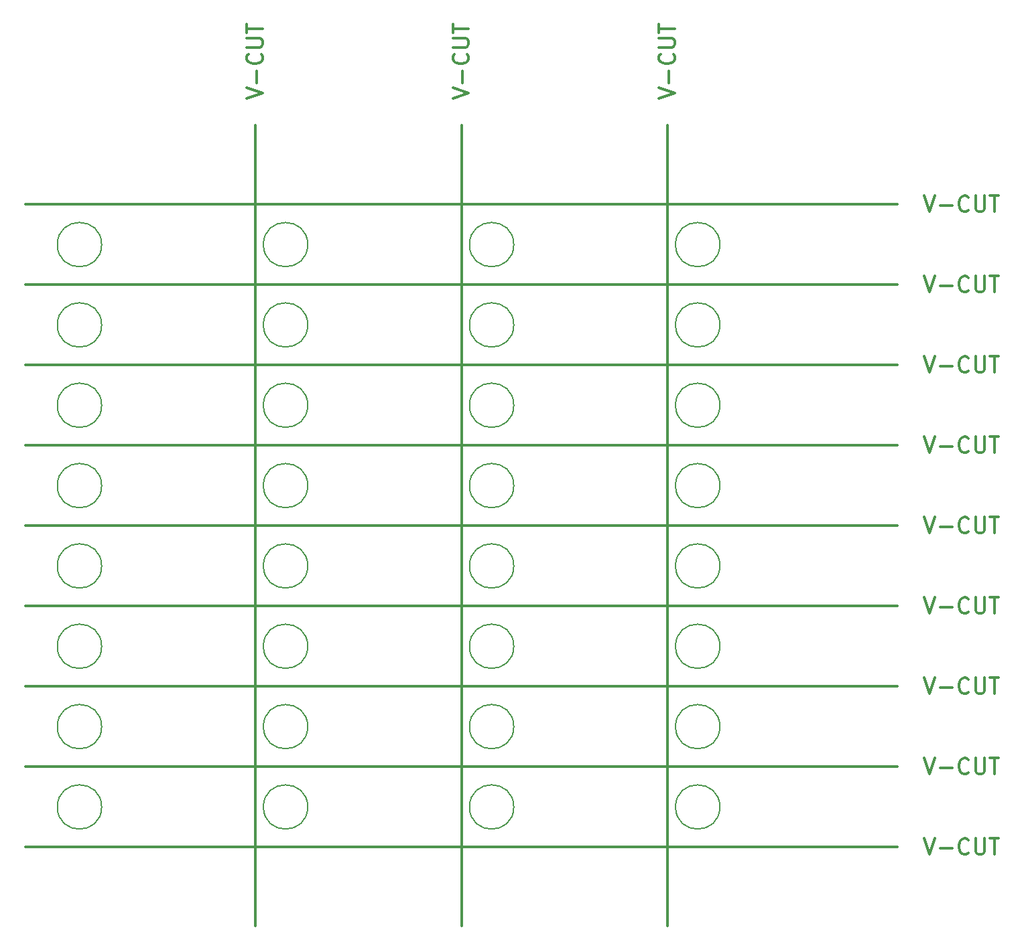
<source format=gbr>
%TF.GenerationSoftware,KiCad,Pcbnew,8.0.8*%
%TF.CreationDate,2025-02-21T18:04:56+11:00*%
%TF.ProjectId,panel,70616e65-6c2e-46b6-9963-61645f706362,rev?*%
%TF.SameCoordinates,Original*%
%TF.FileFunction,Other,Comment*%
%FSLAX46Y46*%
G04 Gerber Fmt 4.6, Leading zero omitted, Abs format (unit mm)*
G04 Created by KiCad (PCBNEW 8.0.8) date 2025-02-21 18:04:56*
%MOMM*%
%LPD*%
G01*
G04 APERTURE LIST*
%ADD10C,0.300000*%
%ADD11C,0.150000*%
G04 APERTURE END LIST*
D10*
X93430000Y-67639500D02*
X203570000Y-67639500D01*
X93430000Y-87959500D02*
X203570000Y-87959500D01*
X174537500Y-17000000D02*
X174537500Y-118279500D01*
X93430000Y-37159500D02*
X203570000Y-37159500D01*
X93430000Y-47319500D02*
X203570000Y-47319500D01*
X93430000Y-57479500D02*
X203570000Y-57479500D01*
X93430000Y-26999500D02*
X203570000Y-26999500D01*
X122467500Y-17000000D02*
X122467500Y-118279500D01*
X93430000Y-98119500D02*
X203570000Y-98119500D01*
X148497500Y-17000000D02*
X148497500Y-118279500D01*
X93430000Y-108279500D02*
X203570000Y-108279500D01*
X93430000Y-77799500D02*
X203570000Y-77799500D01*
X206957844Y-86869138D02*
X207624510Y-88869138D01*
X207624510Y-88869138D02*
X208291177Y-86869138D01*
X208957844Y-88107233D02*
X210481654Y-88107233D01*
X212576891Y-88678661D02*
X212481653Y-88773900D01*
X212481653Y-88773900D02*
X212195939Y-88869138D01*
X212195939Y-88869138D02*
X212005463Y-88869138D01*
X212005463Y-88869138D02*
X211719748Y-88773900D01*
X211719748Y-88773900D02*
X211529272Y-88583423D01*
X211529272Y-88583423D02*
X211434034Y-88392947D01*
X211434034Y-88392947D02*
X211338796Y-88011995D01*
X211338796Y-88011995D02*
X211338796Y-87726280D01*
X211338796Y-87726280D02*
X211434034Y-87345328D01*
X211434034Y-87345328D02*
X211529272Y-87154852D01*
X211529272Y-87154852D02*
X211719748Y-86964376D01*
X211719748Y-86964376D02*
X212005463Y-86869138D01*
X212005463Y-86869138D02*
X212195939Y-86869138D01*
X212195939Y-86869138D02*
X212481653Y-86964376D01*
X212481653Y-86964376D02*
X212576891Y-87059614D01*
X213434034Y-86869138D02*
X213434034Y-88488185D01*
X213434034Y-88488185D02*
X213529272Y-88678661D01*
X213529272Y-88678661D02*
X213624510Y-88773900D01*
X213624510Y-88773900D02*
X213814986Y-88869138D01*
X213814986Y-88869138D02*
X214195939Y-88869138D01*
X214195939Y-88869138D02*
X214386415Y-88773900D01*
X214386415Y-88773900D02*
X214481653Y-88678661D01*
X214481653Y-88678661D02*
X214576891Y-88488185D01*
X214576891Y-88488185D02*
X214576891Y-86869138D01*
X215243558Y-86869138D02*
X216386415Y-86869138D01*
X215814986Y-88869138D02*
X215814986Y-86869138D01*
X206957844Y-25909138D02*
X207624510Y-27909138D01*
X207624510Y-27909138D02*
X208291177Y-25909138D01*
X208957844Y-27147233D02*
X210481654Y-27147233D01*
X212576891Y-27718661D02*
X212481653Y-27813900D01*
X212481653Y-27813900D02*
X212195939Y-27909138D01*
X212195939Y-27909138D02*
X212005463Y-27909138D01*
X212005463Y-27909138D02*
X211719748Y-27813900D01*
X211719748Y-27813900D02*
X211529272Y-27623423D01*
X211529272Y-27623423D02*
X211434034Y-27432947D01*
X211434034Y-27432947D02*
X211338796Y-27051995D01*
X211338796Y-27051995D02*
X211338796Y-26766280D01*
X211338796Y-26766280D02*
X211434034Y-26385328D01*
X211434034Y-26385328D02*
X211529272Y-26194852D01*
X211529272Y-26194852D02*
X211719748Y-26004376D01*
X211719748Y-26004376D02*
X212005463Y-25909138D01*
X212005463Y-25909138D02*
X212195939Y-25909138D01*
X212195939Y-25909138D02*
X212481653Y-26004376D01*
X212481653Y-26004376D02*
X212576891Y-26099614D01*
X213434034Y-25909138D02*
X213434034Y-27528185D01*
X213434034Y-27528185D02*
X213529272Y-27718661D01*
X213529272Y-27718661D02*
X213624510Y-27813900D01*
X213624510Y-27813900D02*
X213814986Y-27909138D01*
X213814986Y-27909138D02*
X214195939Y-27909138D01*
X214195939Y-27909138D02*
X214386415Y-27813900D01*
X214386415Y-27813900D02*
X214481653Y-27718661D01*
X214481653Y-27718661D02*
X214576891Y-27528185D01*
X214576891Y-27528185D02*
X214576891Y-25909138D01*
X215243558Y-25909138D02*
X216386415Y-25909138D01*
X215814986Y-27909138D02*
X215814986Y-25909138D01*
X206957844Y-46229138D02*
X207624510Y-48229138D01*
X207624510Y-48229138D02*
X208291177Y-46229138D01*
X208957844Y-47467233D02*
X210481654Y-47467233D01*
X212576891Y-48038661D02*
X212481653Y-48133900D01*
X212481653Y-48133900D02*
X212195939Y-48229138D01*
X212195939Y-48229138D02*
X212005463Y-48229138D01*
X212005463Y-48229138D02*
X211719748Y-48133900D01*
X211719748Y-48133900D02*
X211529272Y-47943423D01*
X211529272Y-47943423D02*
X211434034Y-47752947D01*
X211434034Y-47752947D02*
X211338796Y-47371995D01*
X211338796Y-47371995D02*
X211338796Y-47086280D01*
X211338796Y-47086280D02*
X211434034Y-46705328D01*
X211434034Y-46705328D02*
X211529272Y-46514852D01*
X211529272Y-46514852D02*
X211719748Y-46324376D01*
X211719748Y-46324376D02*
X212005463Y-46229138D01*
X212005463Y-46229138D02*
X212195939Y-46229138D01*
X212195939Y-46229138D02*
X212481653Y-46324376D01*
X212481653Y-46324376D02*
X212576891Y-46419614D01*
X213434034Y-46229138D02*
X213434034Y-47848185D01*
X213434034Y-47848185D02*
X213529272Y-48038661D01*
X213529272Y-48038661D02*
X213624510Y-48133900D01*
X213624510Y-48133900D02*
X213814986Y-48229138D01*
X213814986Y-48229138D02*
X214195939Y-48229138D01*
X214195939Y-48229138D02*
X214386415Y-48133900D01*
X214386415Y-48133900D02*
X214481653Y-48038661D01*
X214481653Y-48038661D02*
X214576891Y-47848185D01*
X214576891Y-47848185D02*
X214576891Y-46229138D01*
X215243558Y-46229138D02*
X216386415Y-46229138D01*
X215814986Y-48229138D02*
X215814986Y-46229138D01*
X147407138Y-13612155D02*
X149407138Y-12945489D01*
X149407138Y-12945489D02*
X147407138Y-12278822D01*
X148645233Y-11612155D02*
X148645233Y-10088346D01*
X149216661Y-7993108D02*
X149311900Y-8088346D01*
X149311900Y-8088346D02*
X149407138Y-8374060D01*
X149407138Y-8374060D02*
X149407138Y-8564536D01*
X149407138Y-8564536D02*
X149311900Y-8850251D01*
X149311900Y-8850251D02*
X149121423Y-9040727D01*
X149121423Y-9040727D02*
X148930947Y-9135965D01*
X148930947Y-9135965D02*
X148549995Y-9231203D01*
X148549995Y-9231203D02*
X148264280Y-9231203D01*
X148264280Y-9231203D02*
X147883328Y-9135965D01*
X147883328Y-9135965D02*
X147692852Y-9040727D01*
X147692852Y-9040727D02*
X147502376Y-8850251D01*
X147502376Y-8850251D02*
X147407138Y-8564536D01*
X147407138Y-8564536D02*
X147407138Y-8374060D01*
X147407138Y-8374060D02*
X147502376Y-8088346D01*
X147502376Y-8088346D02*
X147597614Y-7993108D01*
X147407138Y-7135965D02*
X149026185Y-7135965D01*
X149026185Y-7135965D02*
X149216661Y-7040727D01*
X149216661Y-7040727D02*
X149311900Y-6945489D01*
X149311900Y-6945489D02*
X149407138Y-6755013D01*
X149407138Y-6755013D02*
X149407138Y-6374060D01*
X149407138Y-6374060D02*
X149311900Y-6183584D01*
X149311900Y-6183584D02*
X149216661Y-6088346D01*
X149216661Y-6088346D02*
X149026185Y-5993108D01*
X149026185Y-5993108D02*
X147407138Y-5993108D01*
X147407138Y-5326441D02*
X147407138Y-4183584D01*
X149407138Y-4755013D02*
X147407138Y-4755013D01*
X206957844Y-66549138D02*
X207624510Y-68549138D01*
X207624510Y-68549138D02*
X208291177Y-66549138D01*
X208957844Y-67787233D02*
X210481654Y-67787233D01*
X212576891Y-68358661D02*
X212481653Y-68453900D01*
X212481653Y-68453900D02*
X212195939Y-68549138D01*
X212195939Y-68549138D02*
X212005463Y-68549138D01*
X212005463Y-68549138D02*
X211719748Y-68453900D01*
X211719748Y-68453900D02*
X211529272Y-68263423D01*
X211529272Y-68263423D02*
X211434034Y-68072947D01*
X211434034Y-68072947D02*
X211338796Y-67691995D01*
X211338796Y-67691995D02*
X211338796Y-67406280D01*
X211338796Y-67406280D02*
X211434034Y-67025328D01*
X211434034Y-67025328D02*
X211529272Y-66834852D01*
X211529272Y-66834852D02*
X211719748Y-66644376D01*
X211719748Y-66644376D02*
X212005463Y-66549138D01*
X212005463Y-66549138D02*
X212195939Y-66549138D01*
X212195939Y-66549138D02*
X212481653Y-66644376D01*
X212481653Y-66644376D02*
X212576891Y-66739614D01*
X213434034Y-66549138D02*
X213434034Y-68168185D01*
X213434034Y-68168185D02*
X213529272Y-68358661D01*
X213529272Y-68358661D02*
X213624510Y-68453900D01*
X213624510Y-68453900D02*
X213814986Y-68549138D01*
X213814986Y-68549138D02*
X214195939Y-68549138D01*
X214195939Y-68549138D02*
X214386415Y-68453900D01*
X214386415Y-68453900D02*
X214481653Y-68358661D01*
X214481653Y-68358661D02*
X214576891Y-68168185D01*
X214576891Y-68168185D02*
X214576891Y-66549138D01*
X215243558Y-66549138D02*
X216386415Y-66549138D01*
X215814986Y-68549138D02*
X215814986Y-66549138D01*
X121377138Y-13612155D02*
X123377138Y-12945489D01*
X123377138Y-12945489D02*
X121377138Y-12278822D01*
X122615233Y-11612155D02*
X122615233Y-10088346D01*
X123186661Y-7993108D02*
X123281900Y-8088346D01*
X123281900Y-8088346D02*
X123377138Y-8374060D01*
X123377138Y-8374060D02*
X123377138Y-8564536D01*
X123377138Y-8564536D02*
X123281900Y-8850251D01*
X123281900Y-8850251D02*
X123091423Y-9040727D01*
X123091423Y-9040727D02*
X122900947Y-9135965D01*
X122900947Y-9135965D02*
X122519995Y-9231203D01*
X122519995Y-9231203D02*
X122234280Y-9231203D01*
X122234280Y-9231203D02*
X121853328Y-9135965D01*
X121853328Y-9135965D02*
X121662852Y-9040727D01*
X121662852Y-9040727D02*
X121472376Y-8850251D01*
X121472376Y-8850251D02*
X121377138Y-8564536D01*
X121377138Y-8564536D02*
X121377138Y-8374060D01*
X121377138Y-8374060D02*
X121472376Y-8088346D01*
X121472376Y-8088346D02*
X121567614Y-7993108D01*
X121377138Y-7135965D02*
X122996185Y-7135965D01*
X122996185Y-7135965D02*
X123186661Y-7040727D01*
X123186661Y-7040727D02*
X123281900Y-6945489D01*
X123281900Y-6945489D02*
X123377138Y-6755013D01*
X123377138Y-6755013D02*
X123377138Y-6374060D01*
X123377138Y-6374060D02*
X123281900Y-6183584D01*
X123281900Y-6183584D02*
X123186661Y-6088346D01*
X123186661Y-6088346D02*
X122996185Y-5993108D01*
X122996185Y-5993108D02*
X121377138Y-5993108D01*
X121377138Y-5326441D02*
X121377138Y-4183584D01*
X123377138Y-4755013D02*
X121377138Y-4755013D01*
X206957844Y-76709138D02*
X207624510Y-78709138D01*
X207624510Y-78709138D02*
X208291177Y-76709138D01*
X208957844Y-77947233D02*
X210481654Y-77947233D01*
X212576891Y-78518661D02*
X212481653Y-78613900D01*
X212481653Y-78613900D02*
X212195939Y-78709138D01*
X212195939Y-78709138D02*
X212005463Y-78709138D01*
X212005463Y-78709138D02*
X211719748Y-78613900D01*
X211719748Y-78613900D02*
X211529272Y-78423423D01*
X211529272Y-78423423D02*
X211434034Y-78232947D01*
X211434034Y-78232947D02*
X211338796Y-77851995D01*
X211338796Y-77851995D02*
X211338796Y-77566280D01*
X211338796Y-77566280D02*
X211434034Y-77185328D01*
X211434034Y-77185328D02*
X211529272Y-76994852D01*
X211529272Y-76994852D02*
X211719748Y-76804376D01*
X211719748Y-76804376D02*
X212005463Y-76709138D01*
X212005463Y-76709138D02*
X212195939Y-76709138D01*
X212195939Y-76709138D02*
X212481653Y-76804376D01*
X212481653Y-76804376D02*
X212576891Y-76899614D01*
X213434034Y-76709138D02*
X213434034Y-78328185D01*
X213434034Y-78328185D02*
X213529272Y-78518661D01*
X213529272Y-78518661D02*
X213624510Y-78613900D01*
X213624510Y-78613900D02*
X213814986Y-78709138D01*
X213814986Y-78709138D02*
X214195939Y-78709138D01*
X214195939Y-78709138D02*
X214386415Y-78613900D01*
X214386415Y-78613900D02*
X214481653Y-78518661D01*
X214481653Y-78518661D02*
X214576891Y-78328185D01*
X214576891Y-78328185D02*
X214576891Y-76709138D01*
X215243558Y-76709138D02*
X216386415Y-76709138D01*
X215814986Y-78709138D02*
X215814986Y-76709138D01*
X206957844Y-56389138D02*
X207624510Y-58389138D01*
X207624510Y-58389138D02*
X208291177Y-56389138D01*
X208957844Y-57627233D02*
X210481654Y-57627233D01*
X212576891Y-58198661D02*
X212481653Y-58293900D01*
X212481653Y-58293900D02*
X212195939Y-58389138D01*
X212195939Y-58389138D02*
X212005463Y-58389138D01*
X212005463Y-58389138D02*
X211719748Y-58293900D01*
X211719748Y-58293900D02*
X211529272Y-58103423D01*
X211529272Y-58103423D02*
X211434034Y-57912947D01*
X211434034Y-57912947D02*
X211338796Y-57531995D01*
X211338796Y-57531995D02*
X211338796Y-57246280D01*
X211338796Y-57246280D02*
X211434034Y-56865328D01*
X211434034Y-56865328D02*
X211529272Y-56674852D01*
X211529272Y-56674852D02*
X211719748Y-56484376D01*
X211719748Y-56484376D02*
X212005463Y-56389138D01*
X212005463Y-56389138D02*
X212195939Y-56389138D01*
X212195939Y-56389138D02*
X212481653Y-56484376D01*
X212481653Y-56484376D02*
X212576891Y-56579614D01*
X213434034Y-56389138D02*
X213434034Y-58008185D01*
X213434034Y-58008185D02*
X213529272Y-58198661D01*
X213529272Y-58198661D02*
X213624510Y-58293900D01*
X213624510Y-58293900D02*
X213814986Y-58389138D01*
X213814986Y-58389138D02*
X214195939Y-58389138D01*
X214195939Y-58389138D02*
X214386415Y-58293900D01*
X214386415Y-58293900D02*
X214481653Y-58198661D01*
X214481653Y-58198661D02*
X214576891Y-58008185D01*
X214576891Y-58008185D02*
X214576891Y-56389138D01*
X215243558Y-56389138D02*
X216386415Y-56389138D01*
X215814986Y-58389138D02*
X215814986Y-56389138D01*
X206957844Y-107189138D02*
X207624510Y-109189138D01*
X207624510Y-109189138D02*
X208291177Y-107189138D01*
X208957844Y-108427233D02*
X210481654Y-108427233D01*
X212576891Y-108998661D02*
X212481653Y-109093900D01*
X212481653Y-109093900D02*
X212195939Y-109189138D01*
X212195939Y-109189138D02*
X212005463Y-109189138D01*
X212005463Y-109189138D02*
X211719748Y-109093900D01*
X211719748Y-109093900D02*
X211529272Y-108903423D01*
X211529272Y-108903423D02*
X211434034Y-108712947D01*
X211434034Y-108712947D02*
X211338796Y-108331995D01*
X211338796Y-108331995D02*
X211338796Y-108046280D01*
X211338796Y-108046280D02*
X211434034Y-107665328D01*
X211434034Y-107665328D02*
X211529272Y-107474852D01*
X211529272Y-107474852D02*
X211719748Y-107284376D01*
X211719748Y-107284376D02*
X212005463Y-107189138D01*
X212005463Y-107189138D02*
X212195939Y-107189138D01*
X212195939Y-107189138D02*
X212481653Y-107284376D01*
X212481653Y-107284376D02*
X212576891Y-107379614D01*
X213434034Y-107189138D02*
X213434034Y-108808185D01*
X213434034Y-108808185D02*
X213529272Y-108998661D01*
X213529272Y-108998661D02*
X213624510Y-109093900D01*
X213624510Y-109093900D02*
X213814986Y-109189138D01*
X213814986Y-109189138D02*
X214195939Y-109189138D01*
X214195939Y-109189138D02*
X214386415Y-109093900D01*
X214386415Y-109093900D02*
X214481653Y-108998661D01*
X214481653Y-108998661D02*
X214576891Y-108808185D01*
X214576891Y-108808185D02*
X214576891Y-107189138D01*
X215243558Y-107189138D02*
X216386415Y-107189138D01*
X215814986Y-109189138D02*
X215814986Y-107189138D01*
X206957844Y-36069138D02*
X207624510Y-38069138D01*
X207624510Y-38069138D02*
X208291177Y-36069138D01*
X208957844Y-37307233D02*
X210481654Y-37307233D01*
X212576891Y-37878661D02*
X212481653Y-37973900D01*
X212481653Y-37973900D02*
X212195939Y-38069138D01*
X212195939Y-38069138D02*
X212005463Y-38069138D01*
X212005463Y-38069138D02*
X211719748Y-37973900D01*
X211719748Y-37973900D02*
X211529272Y-37783423D01*
X211529272Y-37783423D02*
X211434034Y-37592947D01*
X211434034Y-37592947D02*
X211338796Y-37211995D01*
X211338796Y-37211995D02*
X211338796Y-36926280D01*
X211338796Y-36926280D02*
X211434034Y-36545328D01*
X211434034Y-36545328D02*
X211529272Y-36354852D01*
X211529272Y-36354852D02*
X211719748Y-36164376D01*
X211719748Y-36164376D02*
X212005463Y-36069138D01*
X212005463Y-36069138D02*
X212195939Y-36069138D01*
X212195939Y-36069138D02*
X212481653Y-36164376D01*
X212481653Y-36164376D02*
X212576891Y-36259614D01*
X213434034Y-36069138D02*
X213434034Y-37688185D01*
X213434034Y-37688185D02*
X213529272Y-37878661D01*
X213529272Y-37878661D02*
X213624510Y-37973900D01*
X213624510Y-37973900D02*
X213814986Y-38069138D01*
X213814986Y-38069138D02*
X214195939Y-38069138D01*
X214195939Y-38069138D02*
X214386415Y-37973900D01*
X214386415Y-37973900D02*
X214481653Y-37878661D01*
X214481653Y-37878661D02*
X214576891Y-37688185D01*
X214576891Y-37688185D02*
X214576891Y-36069138D01*
X215243558Y-36069138D02*
X216386415Y-36069138D01*
X215814986Y-38069138D02*
X215814986Y-36069138D01*
X173447138Y-13612155D02*
X175447138Y-12945489D01*
X175447138Y-12945489D02*
X173447138Y-12278822D01*
X174685233Y-11612155D02*
X174685233Y-10088346D01*
X175256661Y-7993108D02*
X175351900Y-8088346D01*
X175351900Y-8088346D02*
X175447138Y-8374060D01*
X175447138Y-8374060D02*
X175447138Y-8564536D01*
X175447138Y-8564536D02*
X175351900Y-8850251D01*
X175351900Y-8850251D02*
X175161423Y-9040727D01*
X175161423Y-9040727D02*
X174970947Y-9135965D01*
X174970947Y-9135965D02*
X174589995Y-9231203D01*
X174589995Y-9231203D02*
X174304280Y-9231203D01*
X174304280Y-9231203D02*
X173923328Y-9135965D01*
X173923328Y-9135965D02*
X173732852Y-9040727D01*
X173732852Y-9040727D02*
X173542376Y-8850251D01*
X173542376Y-8850251D02*
X173447138Y-8564536D01*
X173447138Y-8564536D02*
X173447138Y-8374060D01*
X173447138Y-8374060D02*
X173542376Y-8088346D01*
X173542376Y-8088346D02*
X173637614Y-7993108D01*
X173447138Y-7135965D02*
X175066185Y-7135965D01*
X175066185Y-7135965D02*
X175256661Y-7040727D01*
X175256661Y-7040727D02*
X175351900Y-6945489D01*
X175351900Y-6945489D02*
X175447138Y-6755013D01*
X175447138Y-6755013D02*
X175447138Y-6374060D01*
X175447138Y-6374060D02*
X175351900Y-6183584D01*
X175351900Y-6183584D02*
X175256661Y-6088346D01*
X175256661Y-6088346D02*
X175066185Y-5993108D01*
X175066185Y-5993108D02*
X173447138Y-5993108D01*
X173447138Y-5326441D02*
X173447138Y-4183584D01*
X175447138Y-4755013D02*
X173447138Y-4755013D01*
X206957844Y-97029138D02*
X207624510Y-99029138D01*
X207624510Y-99029138D02*
X208291177Y-97029138D01*
X208957844Y-98267233D02*
X210481654Y-98267233D01*
X212576891Y-98838661D02*
X212481653Y-98933900D01*
X212481653Y-98933900D02*
X212195939Y-99029138D01*
X212195939Y-99029138D02*
X212005463Y-99029138D01*
X212005463Y-99029138D02*
X211719748Y-98933900D01*
X211719748Y-98933900D02*
X211529272Y-98743423D01*
X211529272Y-98743423D02*
X211434034Y-98552947D01*
X211434034Y-98552947D02*
X211338796Y-98171995D01*
X211338796Y-98171995D02*
X211338796Y-97886280D01*
X211338796Y-97886280D02*
X211434034Y-97505328D01*
X211434034Y-97505328D02*
X211529272Y-97314852D01*
X211529272Y-97314852D02*
X211719748Y-97124376D01*
X211719748Y-97124376D02*
X212005463Y-97029138D01*
X212005463Y-97029138D02*
X212195939Y-97029138D01*
X212195939Y-97029138D02*
X212481653Y-97124376D01*
X212481653Y-97124376D02*
X212576891Y-97219614D01*
X213434034Y-97029138D02*
X213434034Y-98648185D01*
X213434034Y-98648185D02*
X213529272Y-98838661D01*
X213529272Y-98838661D02*
X213624510Y-98933900D01*
X213624510Y-98933900D02*
X213814986Y-99029138D01*
X213814986Y-99029138D02*
X214195939Y-99029138D01*
X214195939Y-99029138D02*
X214386415Y-98933900D01*
X214386415Y-98933900D02*
X214481653Y-98838661D01*
X214481653Y-98838661D02*
X214576891Y-98648185D01*
X214576891Y-98648185D02*
X214576891Y-97029138D01*
X215243558Y-97029138D02*
X216386415Y-97029138D01*
X215814986Y-99029138D02*
X215814986Y-97029138D01*
D11*
%TO.C,H1*%
X103040000Y-32079500D02*
G75*
G02*
X97440000Y-32079500I-2800000J0D01*
G01*
X97440000Y-32079500D02*
G75*
G02*
X103040000Y-32079500I2800000J0D01*
G01*
X155110000Y-32079500D02*
G75*
G02*
X149510000Y-32079500I-2800000J0D01*
G01*
X149510000Y-32079500D02*
G75*
G02*
X155110000Y-32079500I2800000J0D01*
G01*
X155110000Y-72719500D02*
G75*
G02*
X149510000Y-72719500I-2800000J0D01*
G01*
X149510000Y-72719500D02*
G75*
G02*
X155110000Y-72719500I2800000J0D01*
G01*
X181145000Y-42239500D02*
G75*
G02*
X175545000Y-42239500I-2800000J0D01*
G01*
X175545000Y-42239500D02*
G75*
G02*
X181145000Y-42239500I2800000J0D01*
G01*
X129075000Y-82879500D02*
G75*
G02*
X123475000Y-82879500I-2800000J0D01*
G01*
X123475000Y-82879500D02*
G75*
G02*
X129075000Y-82879500I2800000J0D01*
G01*
X103040000Y-42239500D02*
G75*
G02*
X97440000Y-42239500I-2800000J0D01*
G01*
X97440000Y-42239500D02*
G75*
G02*
X103040000Y-42239500I2800000J0D01*
G01*
X155110000Y-82879500D02*
G75*
G02*
X149510000Y-82879500I-2800000J0D01*
G01*
X149510000Y-82879500D02*
G75*
G02*
X155110000Y-82879500I2800000J0D01*
G01*
X155110000Y-93039500D02*
G75*
G02*
X149510000Y-93039500I-2800000J0D01*
G01*
X149510000Y-93039500D02*
G75*
G02*
X155110000Y-93039500I2800000J0D01*
G01*
X181145000Y-82879500D02*
G75*
G02*
X175545000Y-82879500I-2800000J0D01*
G01*
X175545000Y-82879500D02*
G75*
G02*
X181145000Y-82879500I2800000J0D01*
G01*
X155110000Y-62559500D02*
G75*
G02*
X149510000Y-62559500I-2800000J0D01*
G01*
X149510000Y-62559500D02*
G75*
G02*
X155110000Y-62559500I2800000J0D01*
G01*
X103040000Y-72719500D02*
G75*
G02*
X97440000Y-72719500I-2800000J0D01*
G01*
X97440000Y-72719500D02*
G75*
G02*
X103040000Y-72719500I2800000J0D01*
G01*
X103040000Y-62559500D02*
G75*
G02*
X97440000Y-62559500I-2800000J0D01*
G01*
X97440000Y-62559500D02*
G75*
G02*
X103040000Y-62559500I2800000J0D01*
G01*
X103040000Y-103199500D02*
G75*
G02*
X97440000Y-103199500I-2800000J0D01*
G01*
X97440000Y-103199500D02*
G75*
G02*
X103040000Y-103199500I2800000J0D01*
G01*
X155110000Y-52399500D02*
G75*
G02*
X149510000Y-52399500I-2800000J0D01*
G01*
X149510000Y-52399500D02*
G75*
G02*
X155110000Y-52399500I2800000J0D01*
G01*
X181145000Y-103199500D02*
G75*
G02*
X175545000Y-103199500I-2800000J0D01*
G01*
X175545000Y-103199500D02*
G75*
G02*
X181145000Y-103199500I2800000J0D01*
G01*
X129075000Y-32079500D02*
G75*
G02*
X123475000Y-32079500I-2800000J0D01*
G01*
X123475000Y-32079500D02*
G75*
G02*
X129075000Y-32079500I2800000J0D01*
G01*
X129075000Y-103199500D02*
G75*
G02*
X123475000Y-103199500I-2800000J0D01*
G01*
X123475000Y-103199500D02*
G75*
G02*
X129075000Y-103199500I2800000J0D01*
G01*
X129075000Y-93039500D02*
G75*
G02*
X123475000Y-93039500I-2800000J0D01*
G01*
X123475000Y-93039500D02*
G75*
G02*
X129075000Y-93039500I2800000J0D01*
G01*
X181145000Y-72719500D02*
G75*
G02*
X175545000Y-72719500I-2800000J0D01*
G01*
X175545000Y-72719500D02*
G75*
G02*
X181145000Y-72719500I2800000J0D01*
G01*
X181145000Y-52399500D02*
G75*
G02*
X175545000Y-52399500I-2800000J0D01*
G01*
X175545000Y-52399500D02*
G75*
G02*
X181145000Y-52399500I2800000J0D01*
G01*
X103040000Y-52399500D02*
G75*
G02*
X97440000Y-52399500I-2800000J0D01*
G01*
X97440000Y-52399500D02*
G75*
G02*
X103040000Y-52399500I2800000J0D01*
G01*
X129075000Y-52399500D02*
G75*
G02*
X123475000Y-52399500I-2800000J0D01*
G01*
X123475000Y-52399500D02*
G75*
G02*
X129075000Y-52399500I2800000J0D01*
G01*
X181145000Y-93039500D02*
G75*
G02*
X175545000Y-93039500I-2800000J0D01*
G01*
X175545000Y-93039500D02*
G75*
G02*
X181145000Y-93039500I2800000J0D01*
G01*
X103040000Y-82879500D02*
G75*
G02*
X97440000Y-82879500I-2800000J0D01*
G01*
X97440000Y-82879500D02*
G75*
G02*
X103040000Y-82879500I2800000J0D01*
G01*
X129075000Y-72719500D02*
G75*
G02*
X123475000Y-72719500I-2800000J0D01*
G01*
X123475000Y-72719500D02*
G75*
G02*
X129075000Y-72719500I2800000J0D01*
G01*
X103040000Y-93039500D02*
G75*
G02*
X97440000Y-93039500I-2800000J0D01*
G01*
X97440000Y-93039500D02*
G75*
G02*
X103040000Y-93039500I2800000J0D01*
G01*
X129075000Y-42239500D02*
G75*
G02*
X123475000Y-42239500I-2800000J0D01*
G01*
X123475000Y-42239500D02*
G75*
G02*
X129075000Y-42239500I2800000J0D01*
G01*
X155110000Y-42239500D02*
G75*
G02*
X149510000Y-42239500I-2800000J0D01*
G01*
X149510000Y-42239500D02*
G75*
G02*
X155110000Y-42239500I2800000J0D01*
G01*
X181145000Y-32079500D02*
G75*
G02*
X175545000Y-32079500I-2800000J0D01*
G01*
X175545000Y-32079500D02*
G75*
G02*
X181145000Y-32079500I2800000J0D01*
G01*
X181145000Y-62559500D02*
G75*
G02*
X175545000Y-62559500I-2800000J0D01*
G01*
X175545000Y-62559500D02*
G75*
G02*
X181145000Y-62559500I2800000J0D01*
G01*
X129075000Y-62559500D02*
G75*
G02*
X123475000Y-62559500I-2800000J0D01*
G01*
X123475000Y-62559500D02*
G75*
G02*
X129075000Y-62559500I2800000J0D01*
G01*
X155110000Y-103199500D02*
G75*
G02*
X149510000Y-103199500I-2800000J0D01*
G01*
X149510000Y-103199500D02*
G75*
G02*
X155110000Y-103199500I2800000J0D01*
G01*
%TD*%
M02*

</source>
